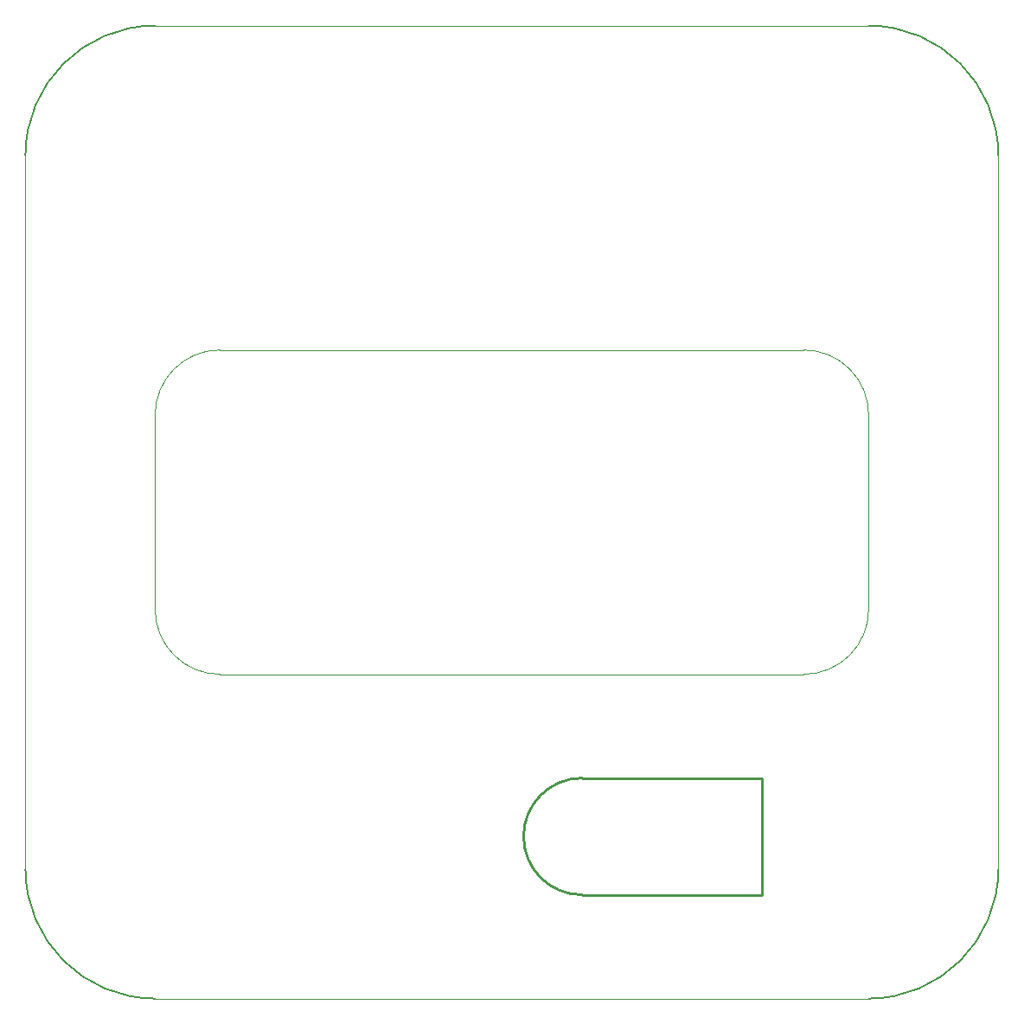
<source format=gbr>
%TF.GenerationSoftware,KiCad,Pcbnew,(6.0.0)*%
%TF.CreationDate,2022-09-01T11:05:02-05:00*%
%TF.ProjectId,SAQ-HV,5341512d-4856-42e6-9b69-6361645f7063,rev?*%
%TF.SameCoordinates,Original*%
%TF.FileFunction,Profile,NP*%
%FSLAX46Y46*%
G04 Gerber Fmt 4.6, Leading zero omitted, Abs format (unit mm)*
G04 Created by KiCad (PCBNEW (6.0.0)) date 2022-09-01 11:05:02*
%MOMM*%
%LPD*%
G01*
G04 APERTURE LIST*
%TA.AperFunction,Profile*%
%ADD10C,0.100000*%
%TD*%
%TA.AperFunction,Profile*%
%ADD11C,0.200000*%
%TD*%
%TA.AperFunction,Profile*%
%ADD12C,0.254000*%
%TD*%
G04 APERTURE END LIST*
D10*
X76200000Y-63500000D02*
X19050000Y-63500000D01*
D11*
X95250000Y-12700000D02*
G75*
G03*
X82550000Y0I-12700002J-2D01*
G01*
D10*
X76200000Y-63500000D02*
G75*
G03*
X82550000Y-57150000I0J6350000D01*
G01*
X82550000Y-95250000D02*
X12700000Y-95250000D01*
X82550000Y-38100000D02*
X82550000Y-57150000D01*
X12700000Y0D02*
X82550000Y0D01*
X19050000Y-31750000D02*
G75*
G03*
X12700000Y-38100000I0J-6350000D01*
G01*
D11*
X0Y-82550000D02*
G75*
G03*
X12700000Y-95250000I12700002J2D01*
G01*
D10*
X95250000Y-12700000D02*
X95250000Y-82550000D01*
D11*
X82550000Y-95250000D02*
G75*
G03*
X95250000Y-82550000I-2J12700002D01*
G01*
D10*
X0Y-82550000D02*
X0Y-12700000D01*
X19050000Y-31750000D02*
X76200000Y-31750000D01*
X12700000Y-57150000D02*
X12700000Y-38100000D01*
D11*
X12700000Y0D02*
G75*
G03*
X0Y-12700000I2J-12700002D01*
G01*
D10*
X12700000Y-57150000D02*
G75*
G03*
X19050000Y-63500000I6350000J0D01*
G01*
X82550000Y-38100000D02*
G75*
G03*
X76200000Y-31750000I-6350000J0D01*
G01*
D12*
%TO.C,HV1*%
X72136000Y-73660000D02*
X54483000Y-73660000D01*
X72136000Y-85090000D02*
X72136000Y-73660000D01*
X54483000Y-85090000D02*
X72136000Y-85090000D01*
X54483000Y-73660000D02*
G75*
G03*
X54483000Y-85090000I0J-5715000D01*
G01*
%TD*%
M02*

</source>
